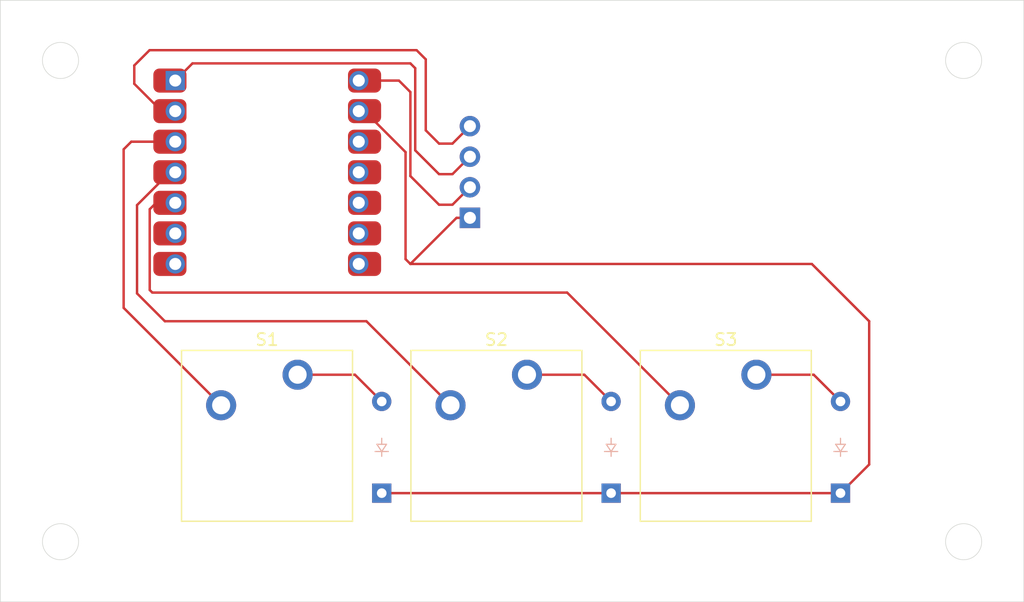
<source format=kicad_pcb>
(kicad_pcb (version 20241229) (generator "pcbnew") (generator_version "9.0")
  (layers (0 "F.Cu" signal) (2 "B.Cu" signal) (13 "F.Paste" user) (15 "B.Paste" user) (5 "F.SilkS" user "F.Silkscreen") (7 "B.SilkS" user "B.Silkscreen") (1 "F.Mask" user) (3 "B.Mask" user) (25 "Edge.Cuts" user))
  (net 0 "")
  (net 1 "Net-(D1-K)")
  (net 2 "Net-(D1-A)")
  (net 3 "Net-(D2-A)")
  (net 4 "Net-(D3-A)")
  (net 5 "Net-(U1-PA10_A2_D2)")
  (net 10 "Net-(J1-VCC)")
  (net 11 "Net-(J1-SCL)")
  (net 12 "Net-(J1-SDA)")
  (net 13 "Net-(U1-PA11_A3_D3)")
  (net 14 "Net-(U1-PA8_A4_D4_SDA)")
  (net 15 "Net-(U1-PA9_A5_D5_SCL)")
  (net 16 "Net-(U1-PA7_A8_D8_SCK)")
  (net 17 "Net-(U1-PB09_A7_D7_RX)")
  (footprint "ScottoKeebs_Components:OLED_128x32" (layer "F.Cu") (at 72.4 48.28)
    (property "Reference" "J1" (hide yes))
    (property "Value" "OLED_128x32")
    (pad "1" thru_hole rect (at 1.6 9.8 180) (size 1.7 1.7) (drill 1) (layers "*.Cu" "*.Mask") (net 1 "Net-(D1-K)"))
    (pad "2" thru_hole oval (at 1.6 7.26 180) (size 1.7 1.7) (drill 1) (layers "*.Cu" "*.Mask") (net 10 "Net-(J1-VCC)"))
    (pad "3" thru_hole oval (at 1.6 4.72 180) (size 1.7 1.7) (drill 1) (layers "*.Cu" "*.Mask") (net 11 "Net-(J1-SCL)"))
    (pad "4" thru_hole oval (at 1.6 2.18 180) (size 1.7 1.7) (drill 1) (layers "*.Cu" "*.Mask") (net 12 "Net-(J1-SDA)"))
  )
  (footprint "ScottoKeebs_MX:MX_PCB_1.00u" (layer "F.Cu") (at 76.2 76.2)
    (property "Reference" "S2" (at 0 -8 0) (layer "F.SilkS"))
    (property "Value" "~")
    (fp_line (start -7.1 -7.1) (end -7.1 7.1) (stroke (width 0.12)) (layer "F.SilkS"))
    (fp_line (start -7.1 7.1) (end 7.1 7.1) (stroke (width 0.12)) (layer "F.SilkS"))
    (fp_line (start 7.1 -7.1) (end -7.1 -7.1) (stroke (width 0.12)) (layer "F.SilkS"))
    (fp_line (start 7.1 7.1) (end 7.1 -7.1) (stroke (width 0.12)) (layer "F.SilkS"))
    (pad "" np_thru_hole circle (at -5.08 0) (size 1.75 1.75) (drill 1.75) (layers "*.Cu" "*.Mask"))
    (pad "" np_thru_hole circle (at 0 0) (size 4 4) (drill 4) (layers "*.Cu" "*.Mask"))
    (pad "" np_thru_hole circle (at 5.08 0) (size 1.75 1.75) (drill 1.75) (layers "*.Cu" "*.Mask"))
    (pad "1" thru_hole circle (at -3.81 -2.54) (size 2.5 2.5) (drill 1.5) (layers "*.Cu" "*.Mask") (net 13 "Net-(U1-PA11_A3_D3)"))
    (pad "2" thru_hole circle (at 2.54 -5.08) (size 2.5 2.5) (drill 1.5) (layers "*.Cu" "*.Mask") (net 3 "Net-(D2-A)"))
  )
  (footprint "ScottoKeebs_MX:MX_PCB_1.00u" (layer "F.Cu") (at 57.15 76.2)
    (property "Reference" "S1" (at 0 -8 0) (layer "F.SilkS"))
    (property "Value" "~")
    (fp_line (start -7.1 -7.1) (end -7.1 7.1) (stroke (width 0.12)) (layer "F.SilkS"))
    (fp_line (start -7.1 7.1) (end 7.1 7.1) (stroke (width 0.12)) (layer "F.SilkS"))
    (fp_line (start 7.1 -7.1) (end -7.1 -7.1) (stroke (width 0.12)) (layer "F.SilkS"))
    (fp_line (start 7.1 7.1) (end 7.1 -7.1) (stroke (width 0.12)) (layer "F.SilkS"))
    (pad "" np_thru_hole circle (at -5.08 0) (size 1.75 1.75) (drill 1.75) (layers "*.Cu" "*.Mask"))
    (pad "" np_thru_hole circle (at 0 0) (size 4 4) (drill 4) (layers "*.Cu" "*.Mask"))
    (pad "" np_thru_hole circle (at 5.08 0) (size 1.75 1.75) (drill 1.75) (layers "*.Cu" "*.Mask"))
    (pad "1" thru_hole circle (at -3.81 -2.54) (size 2.5 2.5) (drill 1.5) (layers "*.Cu" "*.Mask") (net 5 "Net-(U1-PA10_A2_D2)"))
    (pad "2" thru_hole circle (at 2.54 -5.08) (size 2.5 2.5) (drill 1.5) (layers "*.Cu" "*.Mask") (net 2 "Net-(D1-A)"))
  )
  (footprint "ScottoKeebs_MX:MX_PCB_1.00u" (layer "F.Cu") (at 95.25 76.2)
    (property "Reference" "S3" (at 0 -8 0) (layer "F.SilkS"))
    (property "Value" "~")
    (fp_line (start -7.1 -7.1) (end -7.1 7.1) (stroke (width 0.12)) (layer "F.SilkS"))
    (fp_line (start -7.1 7.1) (end 7.1 7.1) (stroke (width 0.12)) (layer "F.SilkS"))
    (fp_line (start 7.1 -7.1) (end -7.1 -7.1) (stroke (width 0.12)) (layer "F.SilkS"))
    (fp_line (start 7.1 7.1) (end 7.1 -7.1) (stroke (width 0.12)) (layer "F.SilkS"))
    (pad "" np_thru_hole circle (at -5.08 0) (size 1.75 1.75) (drill 1.75) (layers "*.Cu" "*.Mask"))
    (pad "" np_thru_hole circle (at 0 0) (size 4 4) (drill 4) (layers "*.Cu" "*.Mask"))
    (pad "" np_thru_hole circle (at 5.08 0) (size 1.75 1.75) (drill 1.75) (layers "*.Cu" "*.Mask"))
    (pad "1" thru_hole circle (at -3.81 -2.54) (size 2.5 2.5) (drill 1.5) (layers "*.Cu" "*.Mask") (net 14 "Net-(U1-PA8_A4_D4_SDA)"))
    (pad "2" thru_hole circle (at 2.54 -5.08) (size 2.5 2.5) (drill 1.5) (layers "*.Cu" "*.Mask") (net 4 "Net-(D3-A)"))
  )
  (footprint "ScottoKeebs_MCU:Seeed_XIAO_RP2040" (layer "F.Cu") (at 57.15 54.2925)
    (property "Reference" "U1" (hide yes))
    (property "Value" "MCU_Seeed_XIAO_RP2040")
    (pad "1" smd roundrect (at -8.065 -7.62) (size 2.75 2) (layers "F.Cu" "F.Mask" "F.Paste") (net 11 "Net-(J1-SCL)"))
    (pad "1" thru_hole rect (at -7.62 -7.62 90) (size 1.6 1.6) (drill 1) (layers "*.Cu" "*.Mask") (net 11 "Net-(J1-SCL)"))
    (pad "2" smd roundrect (at -8.065 -5.08) (size 2.75 2) (layers "F.Cu" "F.Mask" "F.Paste") (net 12 "Net-(J1-SDA)"))
    (pad "2" thru_hole circle (at -7.62 -5.08 90) (size 1.6 1.6) (drill 1) (layers "*.Cu" "*.Mask") (net 12 "Net-(J1-SDA)"))
    (pad "3" smd roundrect (at -8.065 -2.54) (size 2.75 2) (layers "F.Cu" "F.Mask" "F.Paste") (net 5 "Net-(U1-PA10_A2_D2)"))
    (pad "3" thru_hole circle (at -7.62 -2.54 90) (size 1.6 1.6) (drill 1) (layers "*.Cu" "*.Mask") (net 5 "Net-(U1-PA10_A2_D2)"))
    (pad "4" smd roundrect (at -8.065 0) (size 2.75 2) (layers "F.Cu" "F.Mask" "F.Paste") (net 13 "Net-(U1-PA11_A3_D3)"))
    (pad "4" thru_hole circle (at -7.62 0 90) (size 1.6 1.6) (drill 1) (layers "*.Cu" "*.Mask") (net 13 "Net-(U1-PA11_A3_D3)"))
    (pad "5" smd roundrect (at -8.065 2.54) (size 2.75 2) (layers "F.Cu" "F.Mask" "F.Paste") (net 14 "Net-(U1-PA8_A4_D4_SDA)"))
    (pad "5" thru_hole circle (at -7.62 2.54 90) (size 1.6 1.6) (drill 1) (layers "*.Cu" "*.Mask") (net 14 "Net-(U1-PA8_A4_D4_SDA)"))
    (pad "6" smd roundrect (at -8.065 5.08) (size 2.75 2) (layers "F.Cu" "F.Mask" "F.Paste") (net 15 "Net-(U1-PA9_A5_D5_SCL)"))
    (pad "6" thru_hole circle (at -7.62 5.08 90) (size 1.6 1.6) (drill 1) (layers "*.Cu" "*.Mask") (net 15 "Net-(U1-PA9_A5_D5_SCL)"))
    (pad "7" smd roundrect (at -8.065 7.62) (size 2.75 2) (layers "F.Cu" "F.Mask" "F.Paste"))
    (pad "7" thru_hole circle (at -7.62 7.62 90) (size 1.6 1.6) (drill 1) (layers "*.Cu" "*.Mask"))
    (pad "8" thru_hole circle (at 7.62 7.62 90) (size 1.6 1.6) (drill 1) (layers "*.Cu" "*.Mask") (net 17 "Net-(U1-PB09_A7_D7_RX)"))
    (pad "8" smd roundrect (at 8.1 7.62) (size 2.75 2) (layers "F.Cu" "F.Mask" "F.Paste") (net 17 "Net-(U1-PB09_A7_D7_RX)"))
    (pad "9" thru_hole circle (at 7.62 5.08 90) (size 1.6 1.6) (drill 1) (layers "*.Cu" "*.Mask") (net 16 "Net-(U1-PA7_A8_D8_SCK)"))
    (pad "9" smd roundrect (at 8.1 5.08) (size 2.75 2) (layers "F.Cu" "F.Mask" "F.Paste") (net 16 "Net-(U1-PA7_A8_D8_SCK)"))
    (pad "10" thru_hole circle (at 7.62 2.54 90) (size 1.6 1.6) (drill 1) (layers "*.Cu" "*.Mask"))
    (pad "10" smd roundrect (at 8.1 2.54) (size 2.75 2) (layers "F.Cu" "F.Mask" "F.Paste"))
    (pad "11" thru_hole circle (at 7.62 0 90) (size 1.6 1.6) (drill 1) (layers "*.Cu" "*.Mask"))
    (pad "11" smd roundrect (at 8.1 0) (size 2.75 2) (layers "F.Cu" "F.Mask" "F.Paste"))
    (pad "12" thru_hole circle (at 7.62 -2.54 90) (size 1.6 1.6) (drill 1) (layers "*.Cu" "*.Mask"))
    (pad "12" smd roundrect (at 8.1 -2.54) (size 2.75 2) (layers "F.Cu" "F.Mask" "F.Paste"))
    (pad "13" thru_hole circle (at 7.62 -5.08 90) (size 1.6 1.6) (drill 1) (layers "*.Cu" "*.Mask") (net 1 "Net-(D1-K)"))
    (pad "13" smd roundrect (at 8.1 -5.08) (size 2.75 2) (layers "F.Cu" "F.Mask" "F.Paste") (net 1 "Net-(D1-K)"))
    (pad "14" thru_hole circle (at 7.62 -7.62 90) (size 1.6 1.6) (drill 1) (layers "*.Cu" "*.Mask") (net 10 "Net-(J1-VCC)"))
    (pad "14" smd roundrect (at 8.1 -7.62) (size 2.75 2) (layers "F.Cu" "F.Mask" "F.Paste") (net 10 "Net-(J1-VCC)"))
  )
  (footprint "ScottoKeebs_Components:Diode_DO-35" (layer "B.Cu") (at 104.775 80.9625 90)
    (property "Reference" "D3" (hide yes))
    (property "Value" "~" (hide yes))
    (fp_line (start 4.06 -0.4) (end 3.46 0) (stroke (width 0.1)) (layer "B.SilkS"))
    (fp_line (start 4.06 0) (end 4.56 0) (stroke (width 0.1)) (layer "B.SilkS"))
    (fp_line (start 3.46 0) (end 4.06 0.4) (stroke (width 0.1)) (layer "B.SilkS"))
    (fp_line (start 3.06 0) (end 3.46 0) (stroke (width 0.1)) (layer "B.SilkS"))
    (fp_line (start 4.06 0.4) (end 4.06 -0.4) (stroke (width 0.1)) (layer "B.SilkS"))
    (fp_line (start 3.46 0.55) (end 3.46 -0.55) (stroke (width 0.1)) (layer "B.SilkS"))
    (pad "1" thru_hole rect (at 0 0 90) (size 1.6 1.6) (drill 0.8) (layers "*.Cu" "*.Mask") (net 1 "Net-(D1-K)"))
    (pad "2" thru_hole oval (at 7.62 0 90) (size 1.6 1.6) (drill 0.8) (layers "*.Cu" "*.Mask") (net 4 "Net-(D3-A)"))
  )
  (footprint "ScottoKeebs_Components:Diode_DO-35" (layer "B.Cu") (at 66.675 80.9625 90)
    (property "Reference" "D1" (hide yes))
    (property "Value" "~" (hide yes))
    (fp_line (start 4.06 -0.4) (end 3.46 0) (stroke (width 0.1)) (layer "B.SilkS"))
    (fp_line (start 4.06 0) (end 4.56 0) (stroke (width 0.1)) (layer "B.SilkS"))
    (fp_line (start 3.46 0) (end 4.06 0.4) (stroke (width 0.1)) (layer "B.SilkS"))
    (fp_line (start 3.06 0) (end 3.46 0) (stroke (width 0.1)) (layer "B.SilkS"))
    (fp_line (start 4.06 0.4) (end 4.06 -0.4) (stroke (width 0.1)) (layer "B.SilkS"))
    (fp_line (start 3.46 0.55) (end 3.46 -0.55) (stroke (width 0.1)) (layer "B.SilkS"))
    (pad "1" thru_hole rect (at 0 0 90) (size 1.6 1.6) (drill 0.8) (layers "*.Cu" "*.Mask") (net 1 "Net-(D1-K)"))
    (pad "2" thru_hole oval (at 7.62 0 90) (size 1.6 1.6) (drill 0.8) (layers "*.Cu" "*.Mask") (net 2 "Net-(D1-A)"))
  )
  (footprint "ScottoKeebs_Components:Diode_DO-35" (layer "B.Cu") (at 85.725 80.9625 90)
    (property "Reference" "D2" (hide yes))
    (property "Value" "~" (hide yes))
    (fp_line (start 4.06 -0.4) (end 3.46 0) (stroke (width 0.1)) (layer "B.SilkS"))
    (fp_line (start 4.06 0) (end 4.56 0) (stroke (width 0.1)) (layer "B.SilkS"))
    (fp_line (start 3.46 0) (end 4.06 0.4) (stroke (width 0.1)) (layer "B.SilkS"))
    (fp_line (start 3.06 0) (end 3.46 0) (stroke (width 0.1)) (layer "B.SilkS"))
    (fp_line (start 4.06 0.4) (end 4.06 -0.4) (stroke (width 0.1)) (layer "B.SilkS"))
    (fp_line (start 3.46 0.55) (end 3.46 -0.55) (stroke (width 0.1)) (layer "B.SilkS"))
    (pad "1" thru_hole rect (at 0 0 90) (size 1.6 1.6) (drill 0.8) (layers "*.Cu" "*.Mask") (net 1 "Net-(D1-K)"))
    (pad "2" thru_hole oval (at 7.62 0 90) (size 1.6 1.6) (drill 0.8) (layers "*.Cu" "*.Mask") (net 3 "Net-(D2-A)"))
  )
  (gr_circle (center 40 45) (end 40 46.5) (stroke (width 0.05)) (fill no) (layer "Edge.Cuts"))
  (gr_circle (center 115 45) (end 115 46.5) (stroke (width 0.05)) (fill no) (layer "Edge.Cuts"))
  (gr_rect (start 35 40) (end 120 90) (stroke (width 0.05)) (fill no) (layer "Edge.Cuts"))
  (gr_circle (center 40 85) (end 40 86.5) (stroke (width 0.05)) (fill no) (layer "Edge.Cuts"))
  (gr_circle (center 115 85) (end 115 86.5) (stroke (width 0.05)) (fill no) (layer "Edge.Cuts"))
  (segment (start 107.15625 66.675) (end 102.39375 61.9125) (width 0.2) (layer "F.Cu") (net 1))
  (segment (start 107.15625 78.58125) (end 107.15625 66.675) (width 0.2) (layer "F.Cu") (net 1))
  (segment (start 85.725 80.9625) (end 104.775 80.9625) (width 0.2) (layer "F.Cu") (net 1))
  (segment (start 102.39375 61.9125) (end 69.05625 61.9125) (width 0.2) (layer "F.Cu") (net 1))
  (segment (start 68.65525 61.5115) (end 68.65525 52.61775) (width 0.2) (layer "F.Cu") (net 1))
  (segment (start 66.675 80.9625) (end 85.725 80.9625) (width 0.2) (layer "F.Cu") (net 1))
  (segment (start 72.88875 58.08) (end 74 58.08) (width 0.2) (layer "F.Cu") (net 1))
  (segment (start 104.775 80.9625) (end 107.15625 78.58125) (width 0.2) (layer "F.Cu") (net 1))
  (segment (start 69.05625 61.9125) (end 72.88875 58.08) (width 0.2) (layer "F.Cu") (net 1))
  (segment (start 68.65525 52.61775) (end 65.25 49.2125) (width 0.2) (layer "F.Cu") (net 1))
  (segment (start 69.05625 61.9125) (end 68.65525 61.5115) (width 0.2) (layer "F.Cu") (net 1))
  (segment (start 59.69 71.12) (end 64.4525 71.12) (width 0.2) (layer "F.Cu") (net 2))
  (segment (start 64.4525 71.12) (end 66.675 73.3425) (width 0.2) (layer "F.Cu") (net 2))
  (segment (start 78.74 71.12) (end 83.5025 71.12) (width 0.2) (layer "F.Cu") (net 3))
  (segment (start 83.5025 71.12) (end 85.725 73.3425) (width 0.2) (layer "F.Cu") (net 3))
  (segment (start 102.5525 71.12) (end 104.775 73.3425) (width 0.2) (layer "F.Cu") (net 4))
  (segment (start 97.79 71.12) (end 102.5525 71.12) (width 0.2) (layer "F.Cu") (net 4))
  (segment (start 45.87875 51.7525) (end 49.085 51.7525) (width 0.2) (layer "F.Cu") (net 5))
  (segment (start 45.24375 52.3875) (end 45.87875 51.7525) (width 0.2) (layer "F.Cu") (net 5))
  (segment (start 53.34 73.66) (end 45.24375 65.56375) (width 0.2) (layer "F.Cu") (net 5))
  (segment (start 45.24375 65.56375) (end 45.24375 52.3875) (width 0.2) (layer "F.Cu") (net 5))
  (segment (start 69.05625 54.61) (end 69.05625 47.625) (width 0.2) (layer "F.Cu") (net 10))
  (segment (start 71.4375 56.99125) (end 72.54875 56.99125) (width 0.2) (layer "F.Cu") (net 10))
  (segment (start 71.4375 56.99125) (end 69.05625 54.61) (width 0.2) (layer "F.Cu") (net 10))
  (segment (start 68.10375 46.6725) (end 64.77 46.6725) (width 0.2) (layer "F.Cu") (net 10))
  (segment (start 69.05625 47.625) (end 68.10375 46.6725) (width 0.2) (layer "F.Cu") (net 10))
  (segment (start 72.54875 56.99125) (end 74 55.54) (width 0.2) (layer "F.Cu") (net 10))
  (segment (start 69.45725 52.471) (end 69.45725 45.64475) (width 0.2) (layer "F.Cu") (net 11))
  (segment (start 71.4375 54.45125) (end 69.45725 52.471) (width 0.2) (layer "F.Cu") (net 11))
  (segment (start 50.95875 45.24375) (end 49.53 46.6725) (width 0.2) (layer "F.Cu") (net 11))
  (segment (start 72.54875 54.45125) (end 74 53) (width 0.2) (layer "F.Cu") (net 11))
  (segment (start 71.4375 54.45125) (end 72.54875 54.45125) (width 0.2) (layer "F.Cu") (net 11))
  (segment (start 69.05625 45.24375) (end 50.95875 45.24375) (width 0.2) (layer "F.Cu") (net 11))
  (segment (start 69.45725 45.64475) (end 69.05625 45.24375) (width 0.2) (layer "F.Cu") (net 11))
  (segment (start 71.4375 51.91125) (end 70.3326 50.80635) (width 0.2) (layer "F.Cu") (net 12))
  (segment (start 48.41875 49.2125) (end 49.53 49.2125) (width 0.2) (layer "F.Cu") (net 12))
  (segment (start 48.39863 49.2125) (end 49.085 49.2125) (width 0.2) (layer "F.Cu") (net 12))
  (segment (start 71.4375 51.91125) (end 72.54875 51.91125) (width 0.2) (layer "F.Cu") (net 12))
  (segment (start 46.1264 45.4152) (end 46.1264 46.94027) (width 0.2) (layer "F.Cu") (net 12))
  (segment (start 46.1264 46.94027) (end 48.39863 49.2125) (width 0.2) (layer "F.Cu") (net 12))
  (segment (start 47.3964 44.1452) (end 46.1264 45.4152) (width 0.2) (layer "F.Cu") (net 12))
  (segment (start 70.3326 50.80635) (end 70.3326 44.9072) (width 0.2) (layer "F.Cu") (net 12))
  (segment (start 72.54875 51.91125) (end 74 50.46) (width 0.2) (layer "F.Cu") (net 12))
  (segment (start 70.3326 44.9072) (end 69.5706 44.1452) (width 0.2) (layer "F.Cu") (net 12))
  (segment (start 69.5706 44.1452) (end 47.3964 44.1452) (width 0.2) (layer "F.Cu") (net 12))
  (segment (start 48.6664 66.675) (end 46.355 64.3636) (width 0.2) (layer "F.Cu") (net 13))
  (segment (start 46.355 57.0225) (end 49.085 54.2925) (width 0.2) (layer "F.Cu") (net 13))
  (segment (start 72.39 73.66) (end 65.405 66.675) (width 0.2) (layer "F.Cu") (net 13))
  (segment (start 46.355 64.3636) (end 46.355 57.0225) (width 0.2) (layer "F.Cu") (net 13))
  (segment (start 65.405 66.675) (end 48.6664 66.675) (width 0.2) (layer "F.Cu") (net 13))
  (segment (start 91.44 73.66) (end 82.07375 64.29375) (width 0.2) (layer "F.Cu") (net 14))
  (segment (start 82.07375 64.29375) (end 47.625 64.29375) (width 0.2) (layer "F.Cu") (net 14))
  (segment (start 47.409 64.07775) (end 47.409 57.366) (width 0.2) (layer "F.Cu") (net 14))
  (segment (start 47.625 64.29375) (end 47.409 64.07775) (width 0.2) (layer "F.Cu") (net 14))
  (segment (start 47.409 57.366) (end 47.9425 56.8325) (width 0.2) (layer "F.Cu") (net 14))
  (segment (start 47.9425 56.8325) (end 49.53 56.8325) (width 0.2) (layer "F.Cu") (net 14))
)
</source>
